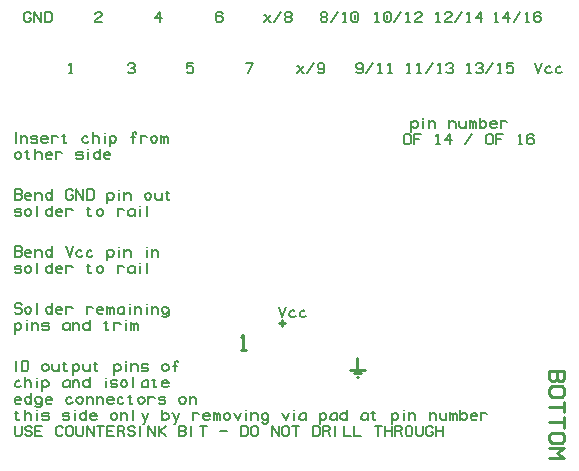
<source format=gto>
%FSTAX24Y24*%
%MOIN*%
%IN card16drill..gto *%
%ADD10C,0.0057*%
%ADD11C,0.0086*%
%ADD12C,0.0100*%
D10*X002544Y014D02*G01X002601Y014057D01*Y013714D01*X002659D01*
X002601D02*X002544D01*D11*X008274Y004916D02*X00836Y005002D01*
Y004487D01*X008446D01*X00836D02*X008274D01*D10*X012761Y015702D02*
X012818Y015759D01*Y015417D01*X012875D01*X012818D02*X012761D01*
X013275Y015702D02*X013218Y015759D01*X013103D01*X013046Y015702D01*
Y015474D01*X013103Y015417D01*X013218D01*X013275Y015474D01*Y015702D01*
X013161Y015645D02*Y015531D01*X013389Y015417D02*X013618Y015759D01*
X013789Y015702D02*X013846Y015759D01*Y015417D01*X013903D01*X013846D02*
X013789D01*X014075Y015702D02*X014132Y015759D01*X014246D01*
X014303Y015702D01*Y015645D01*X014246Y015588D01*X014075Y015474D01*
Y015417D01*X014303D01*X013813Y014D02*X01387Y014057D01*Y013714D01*
X013928D01*X01387D02*X013813D01*X014156Y014D02*X014213Y014057D01*
Y013714D01*X01427D01*X014213D02*X014156D01*X014442D02*X01467Y014057D01*
X014842Y014D02*X014899Y014057D01*Y013714D01*X014956D01*X014899D02*
X014842D01*X015128Y014D02*X015185Y014057D01*X015299D01*X015356Y014D01*
Y013943D01*X015299Y013886D01*X015356Y013829D01*Y013772D01*
X015299Y013714D01*X015185D01*X015128Y013772D01*X015299Y013886D02*
X015242D01*X014783Y015702D02*X01484Y015759D01*Y015417D01*X014897D01*
X01484D02*X014783D01*X015068Y015702D02*X015126Y015759D01*X01524D01*
X015297Y015702D01*Y015645D01*X01524Y015588D01*X015068Y015474D01*
Y015417D01*X015297D01*X015411D02*X01564Y015759D01*X015811Y015702D02*
X015868Y015759D01*Y015417D01*X015926D01*X015868D02*X015811D01*
X016268D02*Y015759D01*X016097Y015559D01*X016326D01*X015817Y014D02*
X015874Y014057D01*Y013714D01*X015931D01*X015874D02*X015817D01*
X016103Y014D02*X01616Y014057D01*X016274D01*X016331Y014D01*Y013943D01*
X016274Y013886D01*X016331Y013829D01*Y013772D01*X016274Y013714D01*
X01616D01*X016103Y013772D01*X016274Y013886D02*X016217D01*
X016445Y013714D02*X016674Y014057D01*X016845Y014D02*X016903Y014057D01*
Y013714D01*X01696D01*X016903D02*X016845D01*X01736Y014057D02*X017131D01*
Y013886D01*X017188Y013943D01*X017303D01*X01736Y013886D01*Y013772D01*
X017303Y013714D01*X017188D01*X017131Y013772D01*X016736Y015702D02*
X016793Y015759D01*Y015417D01*X01685D01*X016793D02*X016736D01*
X017193D02*Y015759D01*X017022Y015559D01*X01725D01*X017364Y015417D02*
X017593Y015759D01*X017764Y015702D02*X017822Y015759D01*Y015417D01*
X017879D01*X017822D02*X017764D01*X018279Y015702D02*X018222Y015759D01*
X018107D01*X01805Y015702D01*Y015474D01*X018107Y015417D01*X018222D01*
X018279Y015474D01*Y015559D01*X018222Y015617D01*X018107D01*
X01805Y015559D01*X003409Y015702D02*X003466Y015759D01*X003581D01*
X003638Y015702D01*Y015645D01*X003581Y015588D01*X003409Y015474D01*
Y015417D01*X003638D01*X004501Y014D02*X004559Y014057D01*X004673D01*
X00473Y014D01*Y013943D01*X004673Y013886D01*X00473Y013829D01*Y013772D01*
X004673Y013714D01*X004559D01*X004501Y013772D01*X004673Y013886D02*
X004616D01*X005588Y015417D02*Y015759D01*X005417Y015559D01*X005646D01*
X006693Y014057D02*X006464D01*Y013886D01*X006521Y013943D01*X006635D01*
X006693Y013886D01*Y013772D01*X006635Y013714D01*X006521D01*
X006464Y013772D01*X007665Y015702D02*X007608Y015759D01*X007494D01*
X007437Y015702D01*Y015474D01*X007494Y015417D01*X007608D01*
X007665Y015474D01*Y015559D01*X007608Y015617D01*X007494D01*
X007437Y015559D01*X008442Y014057D02*X00867D01*X008499Y013714D01*
X011105Y015588D02*X011162Y015645D01*Y015702D01*X011105Y015759D01*
X010991D01*X010934Y015702D01*Y015645D01*X010991Y015588D01*X011105D01*
X011162Y015531D01*Y015474D01*X011105Y015417D01*X010991D01*
X010934Y015474D01*Y015531D01*X010991Y015588D01*X011277Y015417D02*
X011505Y015759D01*X011677Y015702D02*X011734Y015759D01*Y015417D01*
X011791D01*X011734D02*X011677D01*X012191Y015702D02*X012134Y015759D01*
X01202D01*X011962Y015702D01*Y015474D01*X01202Y015417D01*X012134D01*
X012191Y015474D01*Y015702D01*X012077Y015645D02*Y015531D01*
X01211Y013772D02*X012167Y013714D01*X012281D01*X012338Y013772D01*
Y014D01*X012281Y014057D01*X012167D01*X01211Y014D01*Y013914D01*
X012167Y013857D01*X012281D01*X012338Y013914D01*X012452Y013714D02*
X012681Y014057D01*X012852Y014D02*X01291Y014057D01*Y013714D01*
X012967D01*X01291D02*X012852D01*X013195Y014D02*X013252Y014057D01*
Y013714D01*X01331D01*X013252D02*X013195D01*X001281Y015702D02*
X001224Y015759D01*X001109D01*X001052Y015702D01*Y015474D01*
X001109Y015417D01*X001224D01*X001281Y015474D01*Y015559D01*X001224D01*
X001395Y015417D02*Y015759D01*X001624Y015417D01*Y015759D01*
X001966Y015702D02*X001909Y015759D01*X001738D01*Y015417D01*X001909D01*
X001966Y015474D01*Y015702D01*X000764Y011405D02*Y011748D01*
X000935Y011662D02*Y011405D01*Y011562D02*X001007Y011634D01*X001078D01*
X001149Y011562D01*Y011405D01*X001421D02*X001349D01*X001278Y011434D02*
X001307Y011405D01*X001464D01*X001492Y011434D01*Y011491D01*
X001464Y011519D01*X001307D01*X001278Y011548D01*Y011605D01*
X001307Y011634D01*X001464D01*X001492Y011605D01*X001621Y011534D02*
X001835D01*Y011562D01*X001764Y011634D01*X001692D01*X001621Y011577D01*
Y011477D01*Y011462D01*X001678Y011405D01*X001792D01*X001835Y011434D01*
X001964Y011662D02*Y011405D01*X002178Y011591D02*X002107Y011634D01*
X002035D01*X001964Y011591D01*X002364Y011691D02*Y011434D01*
X002392Y011405D01*X002435D01*X002464Y011434D01*X002307Y011634D02*
X002421D01*X003149D02*Y011605D01*X003107Y011634D01*X003092D01*
X003064Y011619D01*X003021Y011577D01*X002992Y011505D01*Y011477D01*
X003007Y011434D01*X003064Y011405D01*X003135D01*X003207Y011448D01*
X003335Y011748D02*Y011405D01*Y011577D02*X003407Y011634D01*X003478D01*
X003549Y011562D01*Y011405D01*X003735Y011627D02*Y011405D01*Y011719D02*
Y011727D01*X003907Y011634D02*Y011277D01*Y011477D02*X003978Y011405D01*
X004049D01*X004121Y011477D01*Y011562D01*X004049Y011634D01*X003978D01*
X003907Y011577D01*X004678Y011405D02*Y011719D01*X004707Y011748D01*
X004764D01*X004792Y011719D01*Y011705D01*X004621Y011577D02*X004735D01*
X004935Y011662D02*Y011405D01*X005149Y011591D02*X005078Y011634D01*
X005007D01*X004935Y011591D01*X005278Y011477D02*Y011562D01*
X005349Y011634D01*X005421D01*X005492Y011562D01*Y011477D01*
X005421Y011405D01*X005349D01*X005278Y011477D01*X005728Y011405D02*
Y011562D01*X005781Y011633D01*X005835Y011562D01*Y011405D01*
X005621Y011562D02*X005674Y011633D01*X005728Y011562D01*
X005621Y011662D02*Y011405D01*X000735Y009505D02*Y009848D01*X000907D01*
X000964Y009791D01*Y009734D01*X000907Y009677D01*X000964Y009619D01*
Y009562D01*X000907Y009505D01*X000735D01*X000907Y009677D02*X000735D01*
X001078Y009634D02*X001292D01*Y009662D01*X001221Y009734D01*X001149D01*
X001078Y009677D01*Y009577D01*Y009562D01*X001135Y009505D01*X001249D01*
X001292Y009534D01*X001421Y009762D02*Y009505D01*Y009662D02*
X001492Y009734D01*X001564D01*X001635Y009662D01*Y009505D01*
X001978Y009848D02*Y009505D01*Y009662D02*X001907Y009734D01*X001835D01*
X001764Y009677D01*Y009577D01*X001835Y009505D01*X001907D01*
X001978Y009577D01*X002678Y009791D02*X002621Y009848D01*X002507D01*
X002449Y009791D01*Y009562D01*X002507Y009505D01*X002621D01*
X002678Y009562D01*Y009648D01*X002621D01*X002792Y009505D02*Y009848D01*
X003021Y009505D01*Y009848D01*X003364Y009791D02*X003307Y009848D01*
X003135D01*Y009505D01*X003307D01*X003364Y009562D01*Y009791D01*
X003821Y009734D02*Y009377D01*Y009577D02*X003892Y009505D01*X003964D01*
X004035Y009577D01*Y009662D01*X003964Y009734D01*X003892D01*
X003821Y009677D01*X004221Y009727D02*Y009505D01*Y009819D02*Y009827D01*
X004392Y009762D02*Y009505D01*Y009662D02*X004464Y009734D01*X004535D01*
X004607Y009662D01*Y009505D01*X005078Y009577D02*Y009662D01*
X005149Y009734D01*X005221D01*X005292Y009662D01*Y009577D01*
X005221Y009505D01*X005149D01*X005078Y009577D01*X005635Y009734D02*
Y009505D01*Y009562D02*X005578Y009505D01*X005478D01*X005421Y009562D01*
Y009734D01*X005821Y009791D02*Y009534D01*X005849Y009505D01*X005892D01*
X005921Y009534D01*X005764Y009734D02*X005878D01*X000735Y007605D02*
Y007948D01*X000907D01*X000964Y007891D01*Y007834D01*X000907Y007777D01*
X000964Y007719D01*Y007662D01*X000907Y007605D01*X000735D01*
X000907Y007777D02*X000735D01*X001078Y007734D02*X001292D01*Y007762D01*
X001221Y007834D01*X001149D01*X001078Y007777D01*Y007677D01*Y007662D01*
X001135Y007605D01*X001249D01*X001292Y007634D01*X001421Y007862D02*
Y007605D01*Y007762D02*X001492Y007834D01*X001564D01*X001635Y007762D01*
Y007605D01*X001978Y007948D02*Y007605D01*Y007762D02*X001907Y007834D01*
X001835D01*X001764Y007777D01*Y007677D01*X001835Y007605D01*X001907D01*
X001978Y007677D01*X002449Y007948D02*X002564Y007605D01*
X002678Y007948D01*X002949Y007834D02*Y007805D01*X002907Y007834D01*
X002892D01*X002864Y007819D01*X002821Y007777D01*X002792Y007705D01*
Y007677D01*X002807Y007634D01*X002864Y007605D01*X002935D01*
X003007Y007648D01*X003292Y007834D02*Y007805D01*X003249Y007834D01*
X003235D01*X003207Y007819D01*X003164Y007777D01*X003135Y007705D01*
Y007677D01*X003149Y007634D01*X003207Y007605D01*X003278D01*
X003349Y007648D01*X003821Y007834D02*Y007477D01*Y007677D02*
X003892Y007605D01*X003964D01*X004035Y007677D01*Y007762D01*
X003964Y007834D01*X003892D01*X003821Y007777D01*X004221Y007827D02*
Y007605D01*Y007919D02*Y007927D01*X004392Y007862D02*Y007605D01*
Y007762D02*X004464Y007834D01*X004535D01*X004607Y007762D01*Y007605D01*
X005135Y007827D02*Y007605D01*Y007919D02*Y007927D01*X005307Y007862D02*
Y007605D01*Y007762D02*X005378Y007834D01*X005449D01*X005521Y007762D01*
Y007605D01*D11*X018546Y003787D02*X01906D01*Y00353D01*X018974Y003444D01*
X018889D01*X018803Y00353D01*X018717Y003444D01*X018632D01*
X018546Y00353D01*Y003787D01*X018803Y00353D02*Y003787D01*
X018974Y00293D02*X01906Y003016D01*Y003187D01*X018974Y003273D01*
X018632D01*X018546Y003187D01*Y003016D01*X018632Y00293D01*X018974D01*
X018546Y002587D02*X01906D01*Y002416D01*Y002587D02*Y002759D01*
X018546Y002073D02*X01906D01*Y001902D01*Y002073D02*Y002244D01*
X018974Y001387D02*X01906Y001473D01*Y001644D01*X018974Y00173D01*
X018632D01*X018546Y001644D01*Y001473D01*X018632Y001387D01*X018974D01*
X018546Y001216D02*X01906D01*X018803Y001044D01*X01906Y000873D01*
X018546D01*D10*X000892Y003477D02*Y003448D01*X000849Y003477D01*
X000835D01*X000807Y003462D01*X000764Y003419D01*X000735Y003348D01*
Y003319D01*X000749Y003277D01*X000807Y003248D01*X000878D01*
X000949Y003291D01*X001078Y003591D02*Y003248D01*Y003419D02*
X001149Y003477D01*X001221D01*X001292Y003405D01*Y003248D01*
X001478Y003469D02*Y003248D01*Y003562D02*Y003569D01*X001649Y003477D02*
Y003119D01*Y003319D02*X001721Y003248D01*X001792D01*X001864Y003319D01*
Y003405D01*X001792Y003477D01*X001721D01*X001649Y003419D01*
X002564Y003248D02*Y003477D01*X002335Y003322D02*X002355Y003394D01*
X002387Y003442D01*X002427Y003468D01*X002455Y003477D01*X002478D01*
X002518D01*X002564Y003454D01*X002335Y003319D02*Y003302D01*
X002338Y003291D01*X002347Y003277D01*X002367Y003265D01*
X002407Y003248D01*X002469D01*X002529Y003274D01*X002564Y003305D01*
X002678Y003505D02*Y003248D01*Y003405D02*X002749Y003477D01*X002821D01*
X002892Y003405D01*Y003248D01*X003235Y003591D02*Y003248D01*Y003405D02*
X003164Y003477D01*X003092D01*X003021Y003419D01*Y003319D01*
X003092Y003248D01*X003164D01*X003235Y003319D01*X003764Y003469D02*
Y003248D01*Y003562D02*Y003569D01*X004078Y003248D02*X004007D01*
X003935Y003277D02*X003964Y003248D01*X004121D01*X004149Y003277D01*
Y003334D01*X004121Y003362D01*X003964D01*X003935Y003391D01*Y003448D01*
X003964Y003477D01*X004121D01*X004149Y003448D01*X004278Y003319D02*
Y003405D01*X004349Y003477D01*X004421D01*X004492Y003405D01*Y003319D01*
X004421Y003248D01*X004349D01*X004278Y003319D01*X004678Y003248D02*
Y003591D01*X005192Y003248D02*Y003477D01*X004964Y003322D02*
X004984Y003394D01*X005015Y003442D01*X005055Y003468D01*
X005084Y003477D01*X005107D01*X005147D01*X005192Y003454D01*
X004964Y003319D02*Y003302D01*X004967Y003291D01*X004975Y003277D01*
X004995Y003265D01*X005035Y003248D01*X005098D01*X005158Y003274D01*
X005192Y003305D01*X005364Y003534D02*Y003277D01*X005392Y003248D01*
X005435D01*X005464Y003277D01*X005307Y003477D02*X005421D01*
X005649Y003377D02*X005864D01*Y003405D01*X005792Y003477D01*X005721D01*
X005649Y003419D01*Y003319D01*Y003305D01*X005707Y003248D01*X005821D01*
X005864Y003277D01*X000735Y002834D02*X000949D01*Y002862D01*
X000878Y002934D01*X000807D01*X000735Y002877D01*Y002777D01*Y002762D01*
X000792Y002705D01*X000907D01*X000949Y002734D01*X001292Y003048D02*
Y002705D01*Y002862D02*X001221Y002934D01*X001149D01*X001078Y002877D01*
Y002777D01*X001149Y002705D01*X001221D01*X001292Y002777D01*X001635D02*
X001564Y002705D01*X001492D01*X001421Y002777D01*Y002877D01*
X001492Y002934D01*X001564D01*X001635Y002862D01*Y002648D01*
X001564Y002577D01*X001492D01*X001421Y002619D01*X001764Y002834D02*
X001978D01*Y002862D01*X001907Y002934D01*X001835D01*X001764Y002877D01*
Y002777D01*Y002762D01*X001821Y002705D01*X001935D01*X001978Y002734D01*
X002607Y002934D02*Y002905D01*X002564Y002934D01*X002549D01*
X002521Y002919D01*X002478Y002877D01*X002449Y002805D01*Y002777D01*
X002464Y002734D01*X002521Y002705D01*X002592D01*X002664Y002748D01*
X002792Y002777D02*Y002862D01*X002864Y002934D01*X002935D01*
X003007Y002862D01*Y002777D01*X002935Y002705D01*X002864D01*
X002792Y002777D01*X003135Y002962D02*Y002705D01*Y002862D02*
X003207Y002934D01*X003278D01*X003349Y002862D01*Y002705D01*
X003478Y002962D02*Y002705D01*Y002862D02*X003549Y002934D01*X003621D01*
X003692Y002862D01*Y002705D01*X003821Y002834D02*X004035D01*Y002862D01*
X003964Y002934D01*X003892D01*X003821Y002877D01*Y002777D01*Y002762D01*
X003878Y002705D01*X003992D01*X004035Y002734D01*X004321Y002934D02*
Y002905D01*X004278Y002934D01*X004264D01*X004235Y002919D01*
X004192Y002877D01*X004164Y002805D01*Y002777D01*X004178Y002734D01*
X004235Y002705D01*X004307D01*X004378Y002748D01*X004564Y002991D02*
Y002734D01*X004592Y002705D01*X004635D01*X004664Y002734D01*
X004507Y002934D02*X004621D01*X004849Y002777D02*Y002862D01*
X004921Y002934D01*X004992D01*X005064Y002862D01*Y002777D01*
X004992Y002705D01*X004921D01*X004849Y002777D01*X005192Y002962D02*
Y002705D01*X005407Y002891D02*X005335Y002934D01*X005264D01*
X005192Y002891D01*X005678Y002705D02*X005607D01*X005535Y002734D02*
X005564Y002705D01*X005721D01*X005749Y002734D01*Y002791D01*
X005721Y002819D01*X005564D01*X005535Y002848D01*Y002905D01*
X005564Y002934D01*X005721D01*X005749Y002905D01*X006221Y002777D02*
Y002862D01*X006292Y002934D01*X006364D01*X006435Y002862D01*Y002777D01*
X006364Y002705D01*X006292D01*X006221Y002777D01*X006564Y002962D02*
Y002705D01*Y002862D02*X006635Y002934D01*X006707D01*X006778Y002862D01*
Y002705D01*X000792Y003791D02*Y004134D01*X001192Y004077D02*
X001135Y004134D01*X000964D01*Y003791D01*X001135D01*X001192Y003848D01*
Y004077D01*X001649Y003862D02*Y003948D01*X001721Y004019D01*X001792D01*
X001864Y003948D01*Y003862D01*X001792Y003791D01*X001721D01*
X001649Y003862D01*X002207Y004019D02*Y003791D01*Y003848D02*
X002149Y003791D01*X002049D01*X001992Y003848D01*Y004019D01*
X002392Y004077D02*Y003819D01*X002421Y003791D01*X002464D01*
X002492Y003819D01*X002335Y004019D02*X002449D01*X002678D02*Y003662D01*
Y003862D02*X002749Y003791D01*X002821D01*X002892Y003862D01*Y003948D01*
X002821Y004019D01*X002749D01*X002678Y003962D01*X003235Y004019D02*
Y003791D01*Y003848D02*X003178Y003791D01*X003078D01*X003021Y003848D01*
Y004019D01*X003421Y004077D02*Y003819D01*X003449Y003791D01*X003492D01*
X003521Y003819D01*X003364Y004019D02*X003478D01*X004049D02*Y003662D01*
Y003862D02*X004121Y003791D01*X004192D01*X004264Y003862D01*Y003948D01*
X004192Y004019D01*X004121D01*X004049Y003962D01*X004449Y004012D02*
Y003791D01*Y004105D02*Y004112D01*X004621Y004048D02*Y003791D01*
Y003948D02*X004692Y004019D01*X004764D01*X004835Y003948D01*Y003791D01*
X005107D02*X005035D01*X004964Y003819D02*X004992Y003791D01*X005149D01*
X005178Y003819D01*Y003877D01*X005149Y003905D01*X004992D01*
X004964Y003934D01*Y003991D01*X004992Y004019D01*X005149D01*
X005178Y003991D01*X005649Y003862D02*Y003948D01*X005721Y004019D01*
X005792D01*X005864Y003948D01*Y003862D01*X005792Y003791D01*X005721D01*
X005649Y003862D01*X006078Y003791D02*Y004105D01*X006107Y004134D01*
X006164D01*X006192Y004105D01*Y004091D01*X006021Y003962D02*X006135D01*
X013932Y01163D02*X013874Y011687D01*X01376D01*X013703Y01163D01*
Y011402D01*X01376Y011344D01*X013874D01*X013932Y011402D01*Y01163D01*
X014274Y011687D02*X014046D01*Y011516D01*Y011344D01*Y011516D02*
X014217D01*X014789Y01163D02*X014846Y011687D01*Y011344D01*X014903D01*
X014846D02*X014789D01*X015246D02*Y011687D01*X015074Y011487D01*
X015303D01*X01576Y011344D02*X015989Y011687D01*X016674Y01163D02*
X016617Y011687D01*X016503D01*X016446Y01163D01*Y011402D01*
X016503Y011344D01*X016617D01*X016674Y011402D01*Y01163D01*
X017017Y011687D02*X016789D01*Y011516D01*Y011344D01*Y011516D02*
X01696D01*X017532Y01163D02*X017589Y011687D01*Y011344D01*X017646D01*
X017589D02*X017532D01*X018046Y01163D02*X017989Y011687D01*X017874D01*
X017817Y01163D01*Y011402D01*X017874Y011344D01*X017989D01*
X018046Y011402D01*Y011487D01*X017989Y011544D01*X017874D01*
X017817Y011487D01*X000792Y002448D02*Y002191D01*X000821Y002162D01*
X000864D01*X000892Y002191D01*X000735Y002391D02*X000849D01*
X001078Y002505D02*Y002162D01*Y002334D02*X001149Y002391D01*X001221D01*
X001292Y002319D01*Y002162D01*X001478Y002384D02*Y002162D01*Y002477D02*
Y002484D01*X001792Y002162D02*X001721D01*X001649Y002191D02*
X001678Y002162D01*X001835D01*X001864Y002191D01*Y002248D01*
X001835Y002277D01*X001678D01*X001649Y002305D01*Y002362D01*
X001678Y002391D01*X001835D01*X001864Y002362D01*X002478Y002162D02*
X002407D01*X002335Y002191D02*X002364Y002162D01*X002521D01*
X002549Y002191D01*Y002248D01*X002521Y002277D01*X002364D01*
X002335Y002305D01*Y002362D01*X002364Y002391D01*X002521D01*
X002549Y002362D01*X002735Y002384D02*Y002162D01*Y002477D02*Y002484D01*
X003121Y002505D02*Y002162D01*Y002319D02*X003049Y002391D01*X002978D01*
X002907Y002334D01*Y002234D01*X002978Y002162D01*X003049D01*
X003121Y002234D01*X003249Y002291D02*X003464D01*Y002319D01*
X003392Y002391D01*X003321D01*X003249Y002334D01*Y002234D01*Y002219D01*
X003307Y002162D01*X003421D01*X003464Y002191D01*X003935Y002234D02*
Y002319D01*X004007Y002391D01*X004078D01*X004149Y002319D01*Y002234D01*
X004078Y002162D01*X004007D01*X003935Y002234D01*X004278Y002419D02*
Y002162D01*Y002319D02*X004349Y002391D01*X004421D01*X004492Y002319D01*
Y002162D01*X004678D02*Y002505D01*X004964Y002391D02*X004992D01*
X005092Y002162D01*X005178Y002391D02*Y002362D01*X005035Y002034D01*
X005007D01*X005649Y002505D02*Y002162D01*Y002234D02*X005721Y002162D01*
X005792D01*X005864Y002234D01*Y002319D01*X005792Y002391D01*X005721D01*
X005649Y002334D01*X005992Y002391D02*X006021D01*X006121Y002162D01*
X006207Y002391D02*Y002362D01*X006064Y002034D01*X006035D01*
X006678Y002419D02*Y002162D01*X006892Y002348D02*X006821Y002391D01*
X006749D01*X006678Y002348D01*X007021Y002291D02*X007235D01*Y002319D01*
X007164Y002391D01*X007092D01*X007021Y002334D01*Y002234D01*Y002219D01*
X007078Y002162D01*X007192D01*X007235Y002191D01*X007471Y002162D02*
Y002319D01*X007524Y002391D01*X007578Y002319D01*Y002162D01*
X007364Y002319D02*X007417Y002391D01*X007471Y002319D01*
X007364Y002419D02*Y002162D01*X007707Y002234D02*Y002319D01*
X007778Y002391D01*X007849D01*X007921Y002319D01*Y002234D01*
X007849Y002162D01*X007778D01*X007707Y002234D01*X008049Y002391D02*
X008164Y002162D01*X008278Y002391D01*X008449Y002384D02*Y002162D01*
Y002477D02*Y002484D01*X008621Y002419D02*Y002162D01*Y002319D02*
X008692Y002391D01*X008764D01*X008835Y002319D01*Y002162D01*
X009178Y002234D02*X009107Y002162D01*X009035D01*X008964Y002234D01*
Y002334D01*X009035Y002391D01*X009107D01*X009178Y002319D01*Y002105D01*
X009107Y002034D01*X009035D01*X008964Y002077D01*X009649Y002391D02*
X009764Y002162D01*X009878Y002391D01*X010049Y002384D02*Y002162D01*
Y002477D02*Y002484D01*X010449Y002162D02*Y002391D01*X010221Y002237D02*
X010241Y002308D01*X010272Y002357D01*X010312Y002382D01*
X010341Y002391D01*X010364D01*X010404D01*X010449Y002368D01*
X010221Y002234D02*Y002217D01*X010224Y002205D01*X010232Y002191D01*
X010252Y002179D01*X010292Y002162D01*X010355D01*X010415Y002188D01*
X010449Y002219D01*X010907Y002391D02*Y002034D01*Y002234D02*
X010978Y002162D01*X011049D01*X011121Y002234D01*Y002319D01*
X011049Y002391D01*X010978D01*X010907Y002334D01*X011478Y002162D02*
Y002391D01*X011249Y002237D02*X011269Y002308D01*X011301Y002357D01*
X011341Y002382D01*X011369Y002391D01*X011392D01*X011432D01*
X011478Y002368D01*X011249Y002234D02*Y002217D01*X011252Y002205D01*
X011261Y002191D01*X011281Y002179D01*X011321Y002162D01*X011384D01*
X011444Y002188D01*X011478Y002219D01*X011807Y002505D02*Y002162D01*
Y002319D02*X011735Y002391D01*X011664D01*X011592Y002334D01*Y002234D01*
X011664Y002162D01*X011735D01*X011807Y002234D01*X012507Y002162D02*
Y002391D01*X012278Y002237D02*X012298Y002308D01*X012329Y002357D01*
X012369Y002382D01*X012398Y002391D01*X012421D01*X012461D01*
X012507Y002368D01*X012278Y002234D02*Y002217D01*X012281Y002205D01*
X012289Y002191D01*X012309Y002179D01*X012349Y002162D01*X012412D01*
X012472Y002188D01*X012507Y002219D01*X012678Y002448D02*Y002191D01*
X012707Y002162D01*X012749D01*X012778Y002191D01*X012621Y002391D02*
X012735D01*X013307D02*Y002034D01*Y002234D02*X013378Y002162D01*
X013449D01*X013521Y002234D01*Y002319D01*X013449Y002391D01*X013378D01*
X013307Y002334D01*X013707Y002384D02*Y002162D01*Y002477D02*Y002484D01*
X013878Y002419D02*Y002162D01*Y002319D02*X013949Y002391D01*X014021D01*
X014092Y002319D01*Y002162D01*X014564Y002419D02*Y002162D01*Y002319D02*
X014635Y002391D01*X014707D01*X014778Y002319D01*Y002162D01*
X015121Y002391D02*Y002162D01*Y002219D02*X015064Y002162D01*X014964D01*
X014907Y002219D01*Y002391D01*X015357Y002162D02*Y002319D01*
X01541Y002391D01*X015464Y002319D01*Y002162D01*X015249Y002319D02*
X015303Y002391D01*X015356Y002319D01*X015249Y002419D02*Y002162D01*
X015592Y002505D02*Y002162D01*Y002234D02*X015664Y002162D01*X015735D01*
X015807Y002234D01*Y002319D01*X015735Y002391D01*X015664D01*
X015592Y002334D01*X015935Y002291D02*X016149D01*Y002319D01*
X016078Y002391D01*X016007D01*X015935Y002334D01*Y002234D01*Y002219D01*
X015992Y002162D01*X016107D01*X016149Y002191D01*X016278Y002419D02*
Y002162D01*X016492Y002348D02*X016421Y002391D01*X016349D01*
X016278Y002348D01*X000735Y010934D02*Y011019D01*X000807Y011091D01*
X000878D01*X000949Y011019D01*Y010934D01*X000878Y010862D01*X000807D01*
X000735Y010934D01*X001135Y011148D02*Y010891D01*X001164Y010862D01*
X001207D01*X001235Y010891D01*X001078Y011091D02*X001192D01*
X001421Y011205D02*Y010862D01*Y011034D02*X001492Y011091D01*X001564D01*
X001635Y011019D01*Y010862D01*X001764Y010991D02*X001978D01*Y011019D01*
X001907Y011091D01*X001835D01*X001764Y011034D01*Y010934D01*Y010919D01*
X001821Y010862D01*X001935D01*X001978Y010891D01*X002107Y011119D02*
Y010862D01*X002321Y011048D02*X002249Y011091D01*X002178D01*
X002107Y011048D01*X002935Y010862D02*X002864D01*X002792Y010891D02*
X002821Y010862D01*X002978D01*X003007Y010891D01*Y010948D01*
X002978Y010977D01*X002821D01*X002792Y011005D01*Y011062D01*
X002821Y011091D01*X002978D01*X003007Y011062D01*X003192Y011084D02*
Y010862D01*Y011177D02*Y011184D01*X003578Y011205D02*Y010862D01*
Y011019D02*X003507Y011091D01*X003435D01*X003364Y011034D01*Y010934D01*
X003435Y010862D01*X003507D01*X003578Y010934D01*X003707Y010991D02*
X003921D01*Y011019D01*X003849Y011091D01*X003778D01*X003707Y011034D01*
Y010934D01*Y010919D01*X003764Y010862D01*X003878D01*X003921Y010891D01*
X01396Y012116D02*Y011759D01*Y011959D02*X014032Y011887D01*X014103D01*
X014174Y011959D01*Y012044D01*X014103Y012116D01*X014032D01*
X01396Y012059D01*X01436Y012109D02*Y011887D01*Y012202D02*Y012209D01*
X014532Y012144D02*Y011887D01*Y012044D02*X014603Y012116D01*X014674D01*
X014746Y012044D01*Y011887D01*X015217Y012144D02*Y011887D01*Y012044D02*
X015289Y012116D01*X01536D01*X015432Y012044D01*Y011887D01*
X015774Y012116D02*Y011887D01*Y011944D02*X015717Y011887D01*X015617D01*
X01556Y011944D01*Y012116D01*X01601Y011887D02*Y012044D01*
X016063Y012116D01*X016117Y012044D01*Y011887D01*X015903Y012044D02*
X015956Y012116D01*X01601Y012044D01*X015903Y012144D02*Y011887D01*
X016246Y01223D02*Y011887D01*Y011959D02*X016317Y011887D01*X016389D01*
X01646Y011959D01*Y012044D01*X016389Y012116D01*X016317D01*
X016246Y012059D01*X016589Y012016D02*X016803D01*Y012044D01*
X016732Y012116D01*X01666D01*X016589Y012059D01*Y011959D01*Y011944D01*
X016646Y011887D01*X01676D01*X016803Y011916D01*X016932Y012144D02*
Y011887D01*X017146Y012073D02*X017074Y012116D01*X017003D01*
X016932Y012073D01*X000735Y005391D02*Y005034D01*Y005234D02*
X000807Y005162D01*X000878D01*X000949Y005234D01*Y005319D01*
X000878Y005391D01*X000807D01*X000735Y005334D01*X001135Y005384D02*
Y005162D01*Y005477D02*Y005484D01*X001307Y005419D02*Y005162D01*
Y005319D02*X001378Y005391D01*X001449D01*X001521Y005319D01*Y005162D01*
X001792D02*X001721D01*X001649Y005191D02*X001678Y005162D01*X001835D01*
X001864Y005191D01*Y005248D01*X001835Y005277D01*X001678D01*
X001649Y005305D01*Y005362D01*X001678Y005391D01*X001835D01*
X001864Y005362D01*X002564Y005162D02*Y005391D01*X002335Y005237D02*
X002355Y005308D01*X002387Y005357D01*X002427Y005382D01*
X002455Y005391D01*X002478D01*X002518D01*X002564Y005368D01*
X002335Y005234D02*Y005217D01*X002338Y005205D01*X002347Y005191D01*
X002367Y005179D01*X002407Y005162D01*X002469D01*X002529Y005188D01*
X002564Y005219D01*X002678Y005419D02*Y005162D01*Y005319D02*
X002749Y005391D01*X002821D01*X002892Y005319D01*Y005162D01*
X003235Y005505D02*Y005162D01*Y005319D02*X003164Y005391D01*X003092D01*
X003021Y005334D01*Y005234D01*X003092Y005162D01*X003164D01*
X003235Y005234D01*X003764Y005448D02*Y005191D01*X003792Y005162D01*
X003835D01*X003864Y005191D01*X003707Y005391D02*X003821D01*
X004049Y005419D02*Y005162D01*X004264Y005348D02*X004192Y005391D01*
X004121D01*X004049Y005348D01*X004449Y005384D02*Y005162D01*Y005477D02*
Y005484D01*X004728Y005162D02*Y005319D01*X004781Y005391D01*
X004835Y005319D01*Y005162D01*X004621Y005319D02*X004674Y005391D01*
X004728Y005319D01*X004621Y005419D02*Y005162D01*X000964Y005991D02*
X000907Y006048D01*X000792D01*X000735Y005991D01*Y005934D01*
X000792Y005877D01*X000907D01*X000964Y005819D01*Y005762D01*
X000907Y005705D01*X000792D01*X000735Y005762D01*X001078Y005777D02*
Y005862D01*X001149Y005934D01*X001221D01*X001292Y005862D01*Y005777D01*
X001221Y005705D01*X001149D01*X001078Y005777D01*X001478Y005705D02*
Y006048D01*X001978D02*Y005705D01*Y005862D02*X001907Y005934D01*
X001835D01*X001764Y005877D01*Y005777D01*X001835Y005705D01*X001907D01*
X001978Y005777D01*X002107Y005834D02*X002321D01*Y005862D01*
X002249Y005934D01*X002178D01*X002107Y005877D01*Y005777D01*Y005762D01*
X002164Y005705D01*X002278D01*X002321Y005734D01*X002449Y005962D02*
Y005705D01*X002664Y005891D02*X002592Y005934D01*X002521D01*
X002449Y005891D01*X003135Y005962D02*Y005705D01*X003349Y005891D02*
X003278Y005934D01*X003207D01*X003135Y005891D01*X003478Y005834D02*
X003692D01*Y005862D01*X003621Y005934D01*X003549D01*X003478Y005877D01*
Y005777D01*Y005762D01*X003535Y005705D01*X003649D01*X003692Y005734D01*
X003928Y005705D02*Y005862D01*X003981Y005933D01*X004035Y005862D01*
Y005705D01*X003821Y005862D02*X003874Y005933D01*X003928Y005862D01*
X003821Y005962D02*Y005705D01*X004392D02*Y005934D01*X004164Y005779D02*
X004184Y005851D01*X004215Y005899D01*X004255Y005925D01*
X004284Y005934D01*X004307D01*X004347D01*X004392Y005911D01*
X004164Y005777D02*Y005759D01*X004167Y005748D01*X004175Y005734D01*
X004195Y005722D01*X004235Y005705D01*X004298D01*X004358Y005731D01*
X004392Y005762D01*X004564Y005927D02*Y005705D01*Y006019D02*Y006027D01*
X004735Y005962D02*Y005705D01*Y005862D02*X004807Y005934D01*X004878D01*
X004949Y005862D01*Y005705D01*X005135Y005927D02*Y005705D01*Y006019D02*
Y006027D01*X005307Y005962D02*Y005705D01*Y005862D02*X005378Y005934D01*
X005449D01*X005521Y005862D01*Y005705D01*X005864Y005777D02*
X005792Y005705D01*X005721D01*X005649Y005777D01*Y005877D01*
X005721Y005934D01*X005792D01*X005864Y005862D01*Y005648D01*
X005792Y005577D01*X005721D01*X005649Y005619D01*X000878Y007062D02*
X000807D01*X000735Y007091D02*X000764Y007062D01*X000921D01*
X000949Y007091D01*Y007148D01*X000921Y007177D01*X000764D01*
X000735Y007205D01*Y007262D01*X000764Y007291D01*X000921D01*
X000949Y007262D01*X001078Y007134D02*Y007219D01*X001149Y007291D01*
X001221D01*X001292Y007219D01*Y007134D01*X001221Y007062D01*X001149D01*
X001078Y007134D01*X001478Y007062D02*Y007405D01*X001978D02*Y007062D01*
Y007219D02*X001907Y007291D01*X001835D01*X001764Y007234D01*Y007134D01*
X001835Y007062D01*X001907D01*X001978Y007134D01*X002107Y007191D02*
X002321D01*Y007219D01*X002249Y007291D01*X002178D01*X002107Y007234D01*
Y007134D01*Y007119D01*X002164Y007062D01*X002278D01*X002321Y007091D01*
X002449Y007319D02*Y007062D01*X002664Y007248D02*X002592Y007291D01*
X002521D01*X002449Y007248D01*X003192Y007348D02*Y007091D01*
X003221Y007062D01*X003264D01*X003292Y007091D01*X003135Y007291D02*
X003249D01*X003478Y007134D02*Y007219D01*X003549Y007291D01*X003621D01*
X003692Y007219D01*Y007134D01*X003621Y007062D01*X003549D01*
X003478Y007134D01*X004164Y007319D02*Y007062D01*X004378Y007248D02*
X004307Y007291D01*X004235D01*X004164Y007248D01*X004735Y007062D02*
Y007291D01*X004507Y007137D02*X004527Y007208D01*X004558Y007257D01*
X004598Y007282D01*X004627Y007291D01*X004649D01*X004689D01*
X004735Y007268D01*X004507Y007134D02*Y007117D01*X004509Y007105D01*
X004518Y007091D01*X004538Y007079D01*X004578Y007062D01*X004641D01*
X004701Y007088D01*X004735Y007119D01*X004907Y007284D02*Y007062D01*
Y007377D02*Y007384D01*X005135Y007062D02*Y007405D01*X000878Y008962D02*
X000807D01*X000735Y008991D02*X000764Y008962D01*X000921D01*
X000949Y008991D01*Y009048D01*X000921Y009077D01*X000764D01*
X000735Y009105D01*Y009162D01*X000764Y009191D01*X000921D01*
X000949Y009162D01*X001078Y009034D02*Y009119D01*X001149Y009191D01*
X001221D01*X001292Y009119D01*Y009034D01*X001221Y008962D01*X001149D01*
X001078Y009034D01*X001478Y008962D02*Y009305D01*X001978D02*Y008962D01*
Y009119D02*X001907Y009191D01*X001835D01*X001764Y009134D01*Y009034D01*
X001835Y008962D01*X001907D01*X001978Y009034D01*X002107Y009091D02*
X002321D01*Y009119D01*X002249Y009191D01*X002178D01*X002107Y009134D01*
Y009034D01*Y009019D01*X002164Y008962D01*X002278D01*X002321Y008991D01*
X002449Y009219D02*Y008962D01*X002664Y009148D02*X002592Y009191D01*
X002521D01*X002449Y009148D01*X003192Y009248D02*Y008991D01*
X003221Y008962D01*X003264D01*X003292Y008991D01*X003135Y009191D02*
X003249D01*X003478Y009034D02*Y009119D01*X003549Y009191D01*X003621D01*
X003692Y009119D01*Y009034D01*X003621Y008962D01*X003549D01*
X003478Y009034D01*X004164Y009219D02*Y008962D01*X004378Y009148D02*
X004307Y009191D01*X004235D01*X004164Y009148D01*X004735Y008962D02*
Y009191D01*X004507Y009037D02*X004527Y009108D01*X004558Y009157D01*
X004598Y009182D01*X004627Y009191D01*X004649D01*X004689D01*
X004735Y009168D01*X004507Y009034D02*Y009017D01*X004509Y009005D01*
X004518Y008991D01*X004538Y008979D01*X004578Y008962D01*X004641D01*
X004701Y008988D01*X004735Y009019D01*X004907Y009184D02*Y008962D01*
Y009277D02*Y009284D01*X005135Y008962D02*Y009305D01*X000735Y001962D02*
Y001677D01*X000792Y001619D01*X000907D01*X000964Y001677D01*Y001962D01*
X001307Y001905D02*X001249Y001962D01*X001135D01*X001078Y001905D01*
Y001848D01*X001135Y001791D01*X001249D01*X001307Y001734D01*Y001677D01*
X001249Y001619D01*X001135D01*X001078Y001677D01*X001649Y001962D02*
X001421D01*Y001791D01*Y001619D01*X001649D01*X001421Y001791D02*
X001592D01*X002335Y001905D02*X002278Y001962D01*X002164D01*
X002107Y001905D01*Y001677D01*X002164Y001619D01*X002278D01*
X002335Y001677D01*X002678Y001905D02*X002621Y001962D01*X002507D01*
X002449Y001905D01*Y001677D01*X002507Y001619D01*X002621D01*
X002678Y001677D01*Y001905D01*X002792Y001962D02*Y001677D01*
X002849Y001619D01*X002964D01*X003021Y001677D01*Y001962D01*
X003135Y001619D02*Y001962D01*X003364Y001619D01*Y001962D01*
X003592Y001619D02*Y001962D01*X003707D01*X003592D02*X003478D01*
X004049D02*X003821D01*Y001791D01*Y001619D01*X004049D01*
X003821Y001791D02*X003992D01*X004164Y001619D02*Y001962D01*X004335D01*
X004392Y001905D01*Y001848D01*X004335Y001791D01*X004392Y001619D01*
X004335Y001791D02*X004164D01*X004735Y001905D02*X004678Y001962D01*
X004564D01*X004507Y001905D01*Y001848D01*X004564Y001791D01*X004678D01*
X004735Y001734D01*Y001677D01*X004678Y001619D01*X004564D01*
X004507Y001677D01*X004907Y001619D02*Y001962D01*X005192Y001619D02*
Y001962D01*X005421Y001619D01*Y001962D01*X005535D02*Y001734D01*
Y001619D01*Y001734D02*X005592Y001791D01*X005764Y001619D01*
X005592Y001791D02*X005764Y001962D01*X006221Y001619D02*Y001962D01*
X006392D01*X006449Y001905D01*Y001848D01*X006392Y001791D01*
X006449Y001734D01*Y001677D01*X006392Y001619D01*X006221D01*
X006392Y001791D02*X006221D01*X006621Y001619D02*Y001962D01*
X007021Y001619D02*Y001962D01*X007135D01*X007021D02*X006907D01*
X007592Y001791D02*X007821D01*X008507Y001905D02*X008449Y001962D01*
X008278D01*Y001619D01*X008449D01*X008507Y001677D01*Y001905D01*
X008849D02*X008792Y001962D01*X008678D01*X008621Y001905D01*Y001677D01*
X008678Y001619D01*X008792D01*X008849Y001677D01*Y001905D01*
X009307Y001619D02*Y001962D01*X009535Y001619D01*Y001962D01*
X009878Y001905D02*X009821Y001962D01*X009707D01*X009649Y001905D01*
Y001677D01*X009707Y001619D01*X009821D01*X009878Y001677D01*Y001905D01*
X010107Y001619D02*Y001962D01*X010221D01*X010107D02*X009992D01*
X010907Y001905D02*X010849Y001962D01*X010678D01*Y001619D01*X010849D01*
X010907Y001677D01*Y001905D01*X011021Y001619D02*Y001962D01*X011192D01*
X011249Y001905D01*Y001848D01*X011192Y001791D01*X011249Y001619D01*
X011192Y001791D02*X011021D01*X011421Y001619D02*Y001962D01*X011707D02*
Y001619D01*X011935D01*X012049Y001962D02*Y001619D01*X012278D01*
X012849D02*Y001962D01*X012964D01*X012849D02*X012735D01*X013078D02*
Y001791D01*Y001619D01*Y001791D02*X013307D01*Y001962D01*Y001791D02*
Y001619D01*X013421D02*Y001962D01*X013592D01*X013649Y001905D01*
Y001848D01*X013592Y001791D01*X013649Y001619D01*X013592Y001791D02*
X013421D01*X013992Y001905D02*X013935Y001962D01*X013821D01*
X013764Y001905D01*Y001677D01*X013821Y001619D01*X013935D01*
X013992Y001677D01*Y001905D01*X014107Y001962D02*Y001677D01*
X014164Y001619D01*X014278D01*X014335Y001677D01*Y001962D01*
X014678Y001905D02*X014621Y001962D01*X014507D01*X014449Y001905D01*
Y001677D01*X014507Y001619D01*X014621D01*X014678Y001677D01*Y001762D01*
X014621D01*X014792Y001962D02*Y001791D01*Y001619D01*Y001791D02*
X015021D01*Y001962D01*Y001791D02*Y001619D01*X01808Y014057D02*
X018194Y013714D01*X018308Y014057D01*X01858Y013943D02*Y013914D01*
X018537Y013943D01*X018523D01*X018494Y013929D01*X018451Y013886D01*
X018423Y013814D01*Y013786D01*X018437Y013743D01*X018494Y013714D01*
X018565D01*X018637Y013757D01*X018923Y013943D02*Y013914D01*
X01888Y013943D01*X018865D01*X018837Y013929D01*X018794Y013886D01*
X018765Y013814D01*Y013786D01*X01878Y013743D01*X018837Y013714D01*
X018908D01*X01898Y013757D01*X009546Y00593D02*X00966Y005587D01*
X009774Y00593D01*X010046Y005816D02*Y005787D01*X010003Y005816D01*
X009989D01*X00996Y005802D01*X009917Y005759D01*X009889Y005687D01*
Y005659D01*X009903Y005616D01*X00996Y005587D01*X010032D01*
X010103Y00563D01*X010389Y005816D02*Y005787D01*X010346Y005816D01*
X010332D01*X010303Y005802D01*X01026Y005759D01*X010232Y005687D01*
Y005659D01*X010246Y005616D01*X010303Y005587D01*X010374D01*
X010446Y00563D01*X009052Y015645D02*X009095D01*X009238Y015417D01*
X009281D01*Y015645D02*X009052Y015417D01*X009395D02*X009624Y015759D01*
X009909Y015588D02*X009966Y015645D01*Y015702D01*X009909Y015759D01*
X009795D01*X009738Y015702D01*Y015645D01*X009795Y015588D01*X009909D01*
X009966Y015531D01*Y015474D01*X009909Y015417D01*X009795D01*
X009738Y015474D01*Y015531D01*X009795Y015588D01*X010145Y013943D02*
X010188D01*X010331Y013714D01*X010374D01*Y013943D02*X010145Y013714D01*
X010488D02*X010716Y014057D01*X010831Y013772D02*X010888Y013714D01*
X011002D01*X011059Y013772D01*Y014D01*X011002Y014057D01*X010888D01*
X010831Y014D01*Y013914D01*X010888Y013857D01*X011002D01*
X011059Y013914D01*D12*X01216Y004212D02*Y003837D01*X01241D02*X01191D01*
X012035Y003712D02*X012285D01*X012173Y003587D02*X012148D01*
X00966Y005287D02*Y005487D01*X00956Y005387D02*X00976D01*
M02*
</source>
